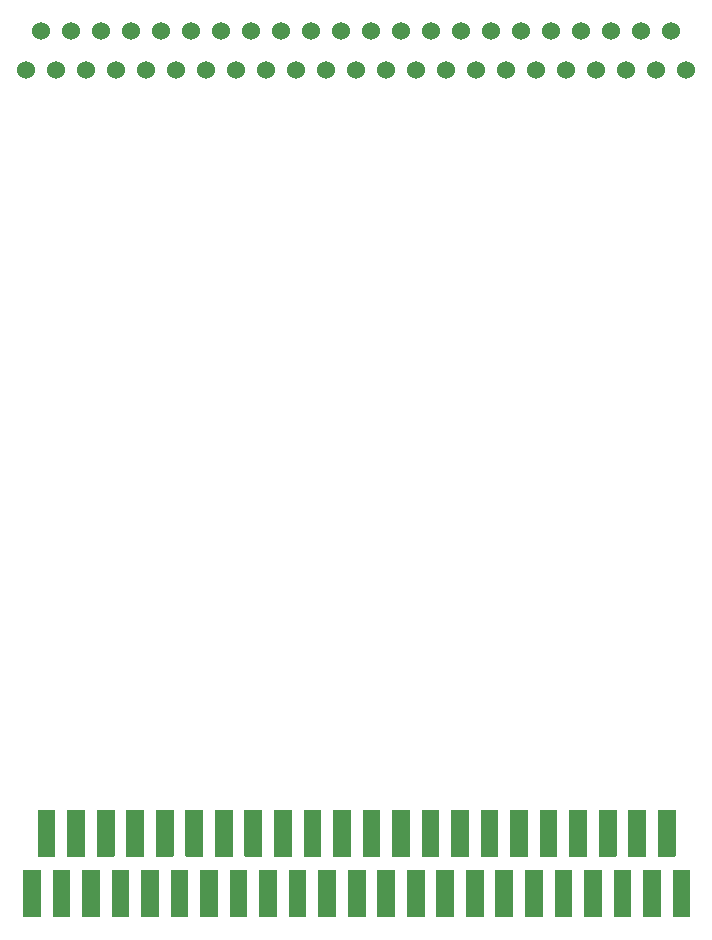
<source format=gts>
G04 #@! TF.GenerationSoftware,KiCad,Pcbnew,5.1.10*
G04 #@! TF.CreationDate,2021-06-22T10:21:35-06:00*
G04 #@! TF.ProjectId,dev_cart_pcb,6465765f-6361-4727-945f-7063622e6b69,rev?*
G04 #@! TF.SameCoordinates,Original*
G04 #@! TF.FileFunction,Soldermask,Top*
G04 #@! TF.FilePolarity,Negative*
%FSLAX46Y46*%
G04 Gerber Fmt 4.6, Leading zero omitted, Abs format (unit mm)*
G04 Created by KiCad (PCBNEW 5.1.10) date 2021-06-22 10:21:35*
%MOMM*%
%LPD*%
G01*
G04 APERTURE LIST*
%ADD10C,0.100000*%
%ADD11C,1.524000*%
G04 APERTURE END LIST*
D10*
G36*
X92059755Y-111498961D02*
G01*
X92069134Y-111501806D01*
X92077779Y-111506427D01*
X92085355Y-111512645D01*
X92091573Y-111520221D01*
X92096194Y-111528866D01*
X92099039Y-111538245D01*
X92100000Y-111548000D01*
X92100000Y-115448000D01*
X92099039Y-115457755D01*
X92096194Y-115467134D01*
X92091573Y-115475779D01*
X92085355Y-115483355D01*
X92077779Y-115489573D01*
X92069134Y-115494194D01*
X92059755Y-115497039D01*
X92050000Y-115498000D01*
X90650000Y-115498000D01*
X90640245Y-115497039D01*
X90630866Y-115494194D01*
X90622221Y-115489573D01*
X90614645Y-115483355D01*
X90608427Y-115475779D01*
X90603806Y-115467134D01*
X90600961Y-115457755D01*
X90600000Y-115448000D01*
X90600000Y-111548000D01*
X90600961Y-111538245D01*
X90603806Y-111528866D01*
X90608427Y-111520221D01*
X90614645Y-111512645D01*
X90622221Y-111506427D01*
X90630866Y-111501806D01*
X90640245Y-111498961D01*
X90650000Y-111498000D01*
X92050000Y-111498000D01*
X92059755Y-111498961D01*
G37*
G36*
X79559755Y-111498961D02*
G01*
X79569134Y-111501806D01*
X79577779Y-111506427D01*
X79585355Y-111512645D01*
X79591573Y-111520221D01*
X79596194Y-111528866D01*
X79599039Y-111538245D01*
X79600000Y-111548000D01*
X79600000Y-115448000D01*
X79599039Y-115457755D01*
X79596194Y-115467134D01*
X79591573Y-115475779D01*
X79585355Y-115483355D01*
X79577779Y-115489573D01*
X79569134Y-115494194D01*
X79559755Y-115497039D01*
X79550000Y-115498000D01*
X78150000Y-115498000D01*
X78140245Y-115497039D01*
X78130866Y-115494194D01*
X78122221Y-115489573D01*
X78114645Y-115483355D01*
X78108427Y-115475779D01*
X78103806Y-115467134D01*
X78100961Y-115457755D01*
X78100000Y-115448000D01*
X78100000Y-111548000D01*
X78100961Y-111538245D01*
X78103806Y-111528866D01*
X78108427Y-111520221D01*
X78114645Y-111512645D01*
X78122221Y-111506427D01*
X78130866Y-111501806D01*
X78140245Y-111498961D01*
X78150000Y-111498000D01*
X79550000Y-111498000D01*
X79559755Y-111498961D01*
G37*
G36*
X99559755Y-111498961D02*
G01*
X99569134Y-111501806D01*
X99577779Y-111506427D01*
X99585355Y-111512645D01*
X99591573Y-111520221D01*
X99596194Y-111528866D01*
X99599039Y-111538245D01*
X99600000Y-111548000D01*
X99600000Y-115448000D01*
X99599039Y-115457755D01*
X99596194Y-115467134D01*
X99591573Y-115475779D01*
X99585355Y-115483355D01*
X99577779Y-115489573D01*
X99569134Y-115494194D01*
X99559755Y-115497039D01*
X99550000Y-115498000D01*
X98150000Y-115498000D01*
X98140245Y-115497039D01*
X98130866Y-115494194D01*
X98122221Y-115489573D01*
X98114645Y-115483355D01*
X98108427Y-115475779D01*
X98103806Y-115467134D01*
X98100961Y-115457755D01*
X98100000Y-115448000D01*
X98100000Y-111548000D01*
X98100961Y-111538245D01*
X98103806Y-111528866D01*
X98108427Y-111520221D01*
X98114645Y-111512645D01*
X98122221Y-111506427D01*
X98130866Y-111501806D01*
X98140245Y-111498961D01*
X98150000Y-111498000D01*
X99550000Y-111498000D01*
X99559755Y-111498961D01*
G37*
G36*
X119559755Y-111498961D02*
G01*
X119569134Y-111501806D01*
X119577779Y-111506427D01*
X119585355Y-111512645D01*
X119591573Y-111520221D01*
X119596194Y-111528866D01*
X119599039Y-111538245D01*
X119600000Y-111548000D01*
X119600000Y-115448000D01*
X119599039Y-115457755D01*
X119596194Y-115467134D01*
X119591573Y-115475779D01*
X119585355Y-115483355D01*
X119577779Y-115489573D01*
X119569134Y-115494194D01*
X119559755Y-115497039D01*
X119550000Y-115498000D01*
X118150000Y-115498000D01*
X118140245Y-115497039D01*
X118130866Y-115494194D01*
X118122221Y-115489573D01*
X118114645Y-115483355D01*
X118108427Y-115475779D01*
X118103806Y-115467134D01*
X118100961Y-115457755D01*
X118100000Y-115448000D01*
X118100000Y-111548000D01*
X118100961Y-111538245D01*
X118103806Y-111528866D01*
X118108427Y-111520221D01*
X118114645Y-111512645D01*
X118122221Y-111506427D01*
X118130866Y-111501806D01*
X118140245Y-111498961D01*
X118150000Y-111498000D01*
X119550000Y-111498000D01*
X119559755Y-111498961D01*
G37*
G36*
X122059755Y-111498961D02*
G01*
X122069134Y-111501806D01*
X122077779Y-111506427D01*
X122085355Y-111512645D01*
X122091573Y-111520221D01*
X122096194Y-111528866D01*
X122099039Y-111538245D01*
X122100000Y-111548000D01*
X122100000Y-115448000D01*
X122099039Y-115457755D01*
X122096194Y-115467134D01*
X122091573Y-115475779D01*
X122085355Y-115483355D01*
X122077779Y-115489573D01*
X122069134Y-115494194D01*
X122059755Y-115497039D01*
X122050000Y-115498000D01*
X120650000Y-115498000D01*
X120640245Y-115497039D01*
X120630866Y-115494194D01*
X120622221Y-115489573D01*
X120614645Y-115483355D01*
X120608427Y-115475779D01*
X120603806Y-115467134D01*
X120600961Y-115457755D01*
X120600000Y-115448000D01*
X120600000Y-111548000D01*
X120600961Y-111538245D01*
X120603806Y-111528866D01*
X120608427Y-111520221D01*
X120614645Y-111512645D01*
X120622221Y-111506427D01*
X120630866Y-111501806D01*
X120640245Y-111498961D01*
X120650000Y-111498000D01*
X122050000Y-111498000D01*
X122059755Y-111498961D01*
G37*
G36*
X94559755Y-111498961D02*
G01*
X94569134Y-111501806D01*
X94577779Y-111506427D01*
X94585355Y-111512645D01*
X94591573Y-111520221D01*
X94596194Y-111528866D01*
X94599039Y-111538245D01*
X94600000Y-111548000D01*
X94600000Y-115448000D01*
X94599039Y-115457755D01*
X94596194Y-115467134D01*
X94591573Y-115475779D01*
X94585355Y-115483355D01*
X94577779Y-115489573D01*
X94569134Y-115494194D01*
X94559755Y-115497039D01*
X94550000Y-115498000D01*
X93150000Y-115498000D01*
X93140245Y-115497039D01*
X93130866Y-115494194D01*
X93122221Y-115489573D01*
X93114645Y-115483355D01*
X93108427Y-115475779D01*
X93103806Y-115467134D01*
X93100961Y-115457755D01*
X93100000Y-115448000D01*
X93100000Y-111548000D01*
X93100961Y-111538245D01*
X93103806Y-111528866D01*
X93108427Y-111520221D01*
X93114645Y-111512645D01*
X93122221Y-111506427D01*
X93130866Y-111501806D01*
X93140245Y-111498961D01*
X93150000Y-111498000D01*
X94550000Y-111498000D01*
X94559755Y-111498961D01*
G37*
G36*
X114559755Y-111498961D02*
G01*
X114569134Y-111501806D01*
X114577779Y-111506427D01*
X114585355Y-111512645D01*
X114591573Y-111520221D01*
X114596194Y-111528866D01*
X114599039Y-111538245D01*
X114600000Y-111548000D01*
X114600000Y-115448000D01*
X114599039Y-115457755D01*
X114596194Y-115467134D01*
X114591573Y-115475779D01*
X114585355Y-115483355D01*
X114577779Y-115489573D01*
X114569134Y-115494194D01*
X114559755Y-115497039D01*
X114550000Y-115498000D01*
X113150000Y-115498000D01*
X113140245Y-115497039D01*
X113130866Y-115494194D01*
X113122221Y-115489573D01*
X113114645Y-115483355D01*
X113108427Y-115475779D01*
X113103806Y-115467134D01*
X113100961Y-115457755D01*
X113100000Y-115448000D01*
X113100000Y-111548000D01*
X113100961Y-111538245D01*
X113103806Y-111528866D01*
X113108427Y-111520221D01*
X113114645Y-111512645D01*
X113122221Y-111506427D01*
X113130866Y-111501806D01*
X113140245Y-111498961D01*
X113150000Y-111498000D01*
X114550000Y-111498000D01*
X114559755Y-111498961D01*
G37*
G36*
X117059755Y-111498961D02*
G01*
X117069134Y-111501806D01*
X117077779Y-111506427D01*
X117085355Y-111512645D01*
X117091573Y-111520221D01*
X117096194Y-111528866D01*
X117099039Y-111538245D01*
X117100000Y-111548000D01*
X117100000Y-115448000D01*
X117099039Y-115457755D01*
X117096194Y-115467134D01*
X117091573Y-115475779D01*
X117085355Y-115483355D01*
X117077779Y-115489573D01*
X117069134Y-115494194D01*
X117059755Y-115497039D01*
X117050000Y-115498000D01*
X115650000Y-115498000D01*
X115640245Y-115497039D01*
X115630866Y-115494194D01*
X115622221Y-115489573D01*
X115614645Y-115483355D01*
X115608427Y-115475779D01*
X115603806Y-115467134D01*
X115600961Y-115457755D01*
X115600000Y-115448000D01*
X115600000Y-111548000D01*
X115600961Y-111538245D01*
X115603806Y-111528866D01*
X115608427Y-111520221D01*
X115614645Y-111512645D01*
X115622221Y-111506427D01*
X115630866Y-111501806D01*
X115640245Y-111498961D01*
X115650000Y-111498000D01*
X117050000Y-111498000D01*
X117059755Y-111498961D01*
G37*
G36*
X89559755Y-111498961D02*
G01*
X89569134Y-111501806D01*
X89577779Y-111506427D01*
X89585355Y-111512645D01*
X89591573Y-111520221D01*
X89596194Y-111528866D01*
X89599039Y-111538245D01*
X89600000Y-111548000D01*
X89600000Y-115448000D01*
X89599039Y-115457755D01*
X89596194Y-115467134D01*
X89591573Y-115475779D01*
X89585355Y-115483355D01*
X89577779Y-115489573D01*
X89569134Y-115494194D01*
X89559755Y-115497039D01*
X89550000Y-115498000D01*
X88150000Y-115498000D01*
X88140245Y-115497039D01*
X88130866Y-115494194D01*
X88122221Y-115489573D01*
X88114645Y-115483355D01*
X88108427Y-115475779D01*
X88103806Y-115467134D01*
X88100961Y-115457755D01*
X88100000Y-115448000D01*
X88100000Y-111548000D01*
X88100961Y-111538245D01*
X88103806Y-111528866D01*
X88108427Y-111520221D01*
X88114645Y-111512645D01*
X88122221Y-111506427D01*
X88130866Y-111501806D01*
X88140245Y-111498961D01*
X88150000Y-111498000D01*
X89550000Y-111498000D01*
X89559755Y-111498961D01*
G37*
G36*
X124559755Y-111498961D02*
G01*
X124569134Y-111501806D01*
X124577779Y-111506427D01*
X124585355Y-111512645D01*
X124591573Y-111520221D01*
X124596194Y-111528866D01*
X124599039Y-111538245D01*
X124600000Y-111548000D01*
X124600000Y-115448000D01*
X124599039Y-115457755D01*
X124596194Y-115467134D01*
X124591573Y-115475779D01*
X124585355Y-115483355D01*
X124577779Y-115489573D01*
X124569134Y-115494194D01*
X124559755Y-115497039D01*
X124550000Y-115498000D01*
X123150000Y-115498000D01*
X123140245Y-115497039D01*
X123130866Y-115494194D01*
X123122221Y-115489573D01*
X123114645Y-115483355D01*
X123108427Y-115475779D01*
X123103806Y-115467134D01*
X123100961Y-115457755D01*
X123100000Y-115448000D01*
X123100000Y-111548000D01*
X123100961Y-111538245D01*
X123103806Y-111528866D01*
X123108427Y-111520221D01*
X123114645Y-111512645D01*
X123122221Y-111506427D01*
X123130866Y-111501806D01*
X123140245Y-111498961D01*
X123150000Y-111498000D01*
X124550000Y-111498000D01*
X124559755Y-111498961D01*
G37*
G36*
X127059755Y-111498961D02*
G01*
X127069134Y-111501806D01*
X127077779Y-111506427D01*
X127085355Y-111512645D01*
X127091573Y-111520221D01*
X127096194Y-111528866D01*
X127099039Y-111538245D01*
X127100000Y-111548000D01*
X127100000Y-115448000D01*
X127099039Y-115457755D01*
X127096194Y-115467134D01*
X127091573Y-115475779D01*
X127085355Y-115483355D01*
X127077779Y-115489573D01*
X127069134Y-115494194D01*
X127059755Y-115497039D01*
X127050000Y-115498000D01*
X125650000Y-115498000D01*
X125640245Y-115497039D01*
X125630866Y-115494194D01*
X125622221Y-115489573D01*
X125614645Y-115483355D01*
X125608427Y-115475779D01*
X125603806Y-115467134D01*
X125600961Y-115457755D01*
X125600000Y-115448000D01*
X125600000Y-111548000D01*
X125600961Y-111538245D01*
X125603806Y-111528866D01*
X125608427Y-111520221D01*
X125614645Y-111512645D01*
X125622221Y-111506427D01*
X125630866Y-111501806D01*
X125640245Y-111498961D01*
X125650000Y-111498000D01*
X127050000Y-111498000D01*
X127059755Y-111498961D01*
G37*
G36*
X109559755Y-111498961D02*
G01*
X109569134Y-111501806D01*
X109577779Y-111506427D01*
X109585355Y-111512645D01*
X109591573Y-111520221D01*
X109596194Y-111528866D01*
X109599039Y-111538245D01*
X109600000Y-111548000D01*
X109600000Y-115448000D01*
X109599039Y-115457755D01*
X109596194Y-115467134D01*
X109591573Y-115475779D01*
X109585355Y-115483355D01*
X109577779Y-115489573D01*
X109569134Y-115494194D01*
X109559755Y-115497039D01*
X109550000Y-115498000D01*
X108150000Y-115498000D01*
X108140245Y-115497039D01*
X108130866Y-115494194D01*
X108122221Y-115489573D01*
X108114645Y-115483355D01*
X108108427Y-115475779D01*
X108103806Y-115467134D01*
X108100961Y-115457755D01*
X108100000Y-115448000D01*
X108100000Y-111548000D01*
X108100961Y-111538245D01*
X108103806Y-111528866D01*
X108108427Y-111520221D01*
X108114645Y-111512645D01*
X108122221Y-111506427D01*
X108130866Y-111501806D01*
X108140245Y-111498961D01*
X108150000Y-111498000D01*
X109550000Y-111498000D01*
X109559755Y-111498961D01*
G37*
G36*
X112059755Y-111498961D02*
G01*
X112069134Y-111501806D01*
X112077779Y-111506427D01*
X112085355Y-111512645D01*
X112091573Y-111520221D01*
X112096194Y-111528866D01*
X112099039Y-111538245D01*
X112100000Y-111548000D01*
X112100000Y-115448000D01*
X112099039Y-115457755D01*
X112096194Y-115467134D01*
X112091573Y-115475779D01*
X112085355Y-115483355D01*
X112077779Y-115489573D01*
X112069134Y-115494194D01*
X112059755Y-115497039D01*
X112050000Y-115498000D01*
X110650000Y-115498000D01*
X110640245Y-115497039D01*
X110630866Y-115494194D01*
X110622221Y-115489573D01*
X110614645Y-115483355D01*
X110608427Y-115475779D01*
X110603806Y-115467134D01*
X110600961Y-115457755D01*
X110600000Y-115448000D01*
X110600000Y-111548000D01*
X110600961Y-111538245D01*
X110603806Y-111528866D01*
X110608427Y-111520221D01*
X110614645Y-111512645D01*
X110622221Y-111506427D01*
X110630866Y-111501806D01*
X110640245Y-111498961D01*
X110650000Y-111498000D01*
X112050000Y-111498000D01*
X112059755Y-111498961D01*
G37*
G36*
X87059755Y-111498961D02*
G01*
X87069134Y-111501806D01*
X87077779Y-111506427D01*
X87085355Y-111512645D01*
X87091573Y-111520221D01*
X87096194Y-111528866D01*
X87099039Y-111538245D01*
X87100000Y-111548000D01*
X87100000Y-115448000D01*
X87099039Y-115457755D01*
X87096194Y-115467134D01*
X87091573Y-115475779D01*
X87085355Y-115483355D01*
X87077779Y-115489573D01*
X87069134Y-115494194D01*
X87059755Y-115497039D01*
X87050000Y-115498000D01*
X85650000Y-115498000D01*
X85640245Y-115497039D01*
X85630866Y-115494194D01*
X85622221Y-115489573D01*
X85614645Y-115483355D01*
X85608427Y-115475779D01*
X85603806Y-115467134D01*
X85600961Y-115457755D01*
X85600000Y-115448000D01*
X85600000Y-111548000D01*
X85600961Y-111538245D01*
X85603806Y-111528866D01*
X85608427Y-111520221D01*
X85614645Y-111512645D01*
X85622221Y-111506427D01*
X85630866Y-111501806D01*
X85640245Y-111498961D01*
X85650000Y-111498000D01*
X87050000Y-111498000D01*
X87059755Y-111498961D01*
G37*
G36*
X104559755Y-111498961D02*
G01*
X104569134Y-111501806D01*
X104577779Y-111506427D01*
X104585355Y-111512645D01*
X104591573Y-111520221D01*
X104596194Y-111528866D01*
X104599039Y-111538245D01*
X104600000Y-111548000D01*
X104600000Y-115448000D01*
X104599039Y-115457755D01*
X104596194Y-115467134D01*
X104591573Y-115475779D01*
X104585355Y-115483355D01*
X104577779Y-115489573D01*
X104569134Y-115494194D01*
X104559755Y-115497039D01*
X104550000Y-115498000D01*
X103150000Y-115498000D01*
X103140245Y-115497039D01*
X103130866Y-115494194D01*
X103122221Y-115489573D01*
X103114645Y-115483355D01*
X103108427Y-115475779D01*
X103103806Y-115467134D01*
X103100961Y-115457755D01*
X103100000Y-115448000D01*
X103100000Y-111548000D01*
X103100961Y-111538245D01*
X103103806Y-111528866D01*
X103108427Y-111520221D01*
X103114645Y-111512645D01*
X103122221Y-111506427D01*
X103130866Y-111501806D01*
X103140245Y-111498961D01*
X103150000Y-111498000D01*
X104550000Y-111498000D01*
X104559755Y-111498961D01*
G37*
G36*
X107059755Y-111498961D02*
G01*
X107069134Y-111501806D01*
X107077779Y-111506427D01*
X107085355Y-111512645D01*
X107091573Y-111520221D01*
X107096194Y-111528866D01*
X107099039Y-111538245D01*
X107100000Y-111548000D01*
X107100000Y-115448000D01*
X107099039Y-115457755D01*
X107096194Y-115467134D01*
X107091573Y-115475779D01*
X107085355Y-115483355D01*
X107077779Y-115489573D01*
X107069134Y-115494194D01*
X107059755Y-115497039D01*
X107050000Y-115498000D01*
X105650000Y-115498000D01*
X105640245Y-115497039D01*
X105630866Y-115494194D01*
X105622221Y-115489573D01*
X105614645Y-115483355D01*
X105608427Y-115475779D01*
X105603806Y-115467134D01*
X105600961Y-115457755D01*
X105600000Y-115448000D01*
X105600000Y-111548000D01*
X105600961Y-111538245D01*
X105603806Y-111528866D01*
X105608427Y-111520221D01*
X105614645Y-111512645D01*
X105622221Y-111506427D01*
X105630866Y-111501806D01*
X105640245Y-111498961D01*
X105650000Y-111498000D01*
X107050000Y-111498000D01*
X107059755Y-111498961D01*
G37*
G36*
X97059755Y-111498961D02*
G01*
X97069134Y-111501806D01*
X97077779Y-111506427D01*
X97085355Y-111512645D01*
X97091573Y-111520221D01*
X97096194Y-111528866D01*
X97099039Y-111538245D01*
X97100000Y-111548000D01*
X97100000Y-115448000D01*
X97099039Y-115457755D01*
X97096194Y-115467134D01*
X97091573Y-115475779D01*
X97085355Y-115483355D01*
X97077779Y-115489573D01*
X97069134Y-115494194D01*
X97059755Y-115497039D01*
X97050000Y-115498000D01*
X95650000Y-115498000D01*
X95640245Y-115497039D01*
X95630866Y-115494194D01*
X95622221Y-115489573D01*
X95614645Y-115483355D01*
X95608427Y-115475779D01*
X95603806Y-115467134D01*
X95600961Y-115457755D01*
X95600000Y-115448000D01*
X95600000Y-111548000D01*
X95600961Y-111538245D01*
X95603806Y-111528866D01*
X95608427Y-111520221D01*
X95614645Y-111512645D01*
X95622221Y-111506427D01*
X95630866Y-111501806D01*
X95640245Y-111498961D01*
X95650000Y-111498000D01*
X97050000Y-111498000D01*
X97059755Y-111498961D01*
G37*
G36*
X129559755Y-111498961D02*
G01*
X129569134Y-111501806D01*
X129577779Y-111506427D01*
X129585355Y-111512645D01*
X129591573Y-111520221D01*
X129596194Y-111528866D01*
X129599039Y-111538245D01*
X129600000Y-111548000D01*
X129600000Y-115448000D01*
X129599039Y-115457755D01*
X129596194Y-115467134D01*
X129591573Y-115475779D01*
X129585355Y-115483355D01*
X129577779Y-115489573D01*
X129569134Y-115494194D01*
X129559755Y-115497039D01*
X129550000Y-115498000D01*
X128150000Y-115498000D01*
X128140245Y-115497039D01*
X128130866Y-115494194D01*
X128122221Y-115489573D01*
X128114645Y-115483355D01*
X128108427Y-115475779D01*
X128103806Y-115467134D01*
X128100961Y-115457755D01*
X128100000Y-115448000D01*
X128100000Y-111548000D01*
X128100961Y-111538245D01*
X128103806Y-111528866D01*
X128108427Y-111520221D01*
X128114645Y-111512645D01*
X128122221Y-111506427D01*
X128130866Y-111501806D01*
X128140245Y-111498961D01*
X128150000Y-111498000D01*
X129550000Y-111498000D01*
X129559755Y-111498961D01*
G37*
G36*
X77059755Y-111498961D02*
G01*
X77069134Y-111501806D01*
X77077779Y-111506427D01*
X77085355Y-111512645D01*
X77091573Y-111520221D01*
X77096194Y-111528866D01*
X77099039Y-111538245D01*
X77100000Y-111548000D01*
X77100000Y-115448000D01*
X77099039Y-115457755D01*
X77096194Y-115467134D01*
X77091573Y-115475779D01*
X77085355Y-115483355D01*
X77077779Y-115489573D01*
X77069134Y-115494194D01*
X77059755Y-115497039D01*
X77050000Y-115498000D01*
X75650000Y-115498000D01*
X75640245Y-115497039D01*
X75630866Y-115494194D01*
X75622221Y-115489573D01*
X75614645Y-115483355D01*
X75608427Y-115475779D01*
X75603806Y-115467134D01*
X75600961Y-115457755D01*
X75600000Y-115448000D01*
X75600000Y-111548000D01*
X75600961Y-111538245D01*
X75603806Y-111528866D01*
X75608427Y-111520221D01*
X75614645Y-111512645D01*
X75622221Y-111506427D01*
X75630866Y-111501806D01*
X75640245Y-111498961D01*
X75650000Y-111498000D01*
X77050000Y-111498000D01*
X77059755Y-111498961D01*
G37*
G36*
X102059755Y-111498961D02*
G01*
X102069134Y-111501806D01*
X102077779Y-111506427D01*
X102085355Y-111512645D01*
X102091573Y-111520221D01*
X102096194Y-111528866D01*
X102099039Y-111538245D01*
X102100000Y-111548000D01*
X102100000Y-115448000D01*
X102099039Y-115457755D01*
X102096194Y-115467134D01*
X102091573Y-115475779D01*
X102085355Y-115483355D01*
X102077779Y-115489573D01*
X102069134Y-115494194D01*
X102059755Y-115497039D01*
X102050000Y-115498000D01*
X100650000Y-115498000D01*
X100640245Y-115497039D01*
X100630866Y-115494194D01*
X100622221Y-115489573D01*
X100614645Y-115483355D01*
X100608427Y-115475779D01*
X100603806Y-115467134D01*
X100600961Y-115457755D01*
X100600000Y-115448000D01*
X100600000Y-111548000D01*
X100600961Y-111538245D01*
X100603806Y-111528866D01*
X100608427Y-111520221D01*
X100614645Y-111512645D01*
X100622221Y-111506427D01*
X100630866Y-111501806D01*
X100640245Y-111498961D01*
X100650000Y-111498000D01*
X102050000Y-111498000D01*
X102059755Y-111498961D01*
G37*
G36*
X84559755Y-111498961D02*
G01*
X84569134Y-111501806D01*
X84577779Y-111506427D01*
X84585355Y-111512645D01*
X84591573Y-111520221D01*
X84596194Y-111528866D01*
X84599039Y-111538245D01*
X84600000Y-111548000D01*
X84600000Y-115448000D01*
X84599039Y-115457755D01*
X84596194Y-115467134D01*
X84591573Y-115475779D01*
X84585355Y-115483355D01*
X84577779Y-115489573D01*
X84569134Y-115494194D01*
X84559755Y-115497039D01*
X84550000Y-115498000D01*
X83150000Y-115498000D01*
X83140245Y-115497039D01*
X83130866Y-115494194D01*
X83122221Y-115489573D01*
X83114645Y-115483355D01*
X83108427Y-115475779D01*
X83103806Y-115467134D01*
X83100961Y-115457755D01*
X83100000Y-115448000D01*
X83100000Y-111548000D01*
X83100961Y-111538245D01*
X83103806Y-111528866D01*
X83108427Y-111520221D01*
X83114645Y-111512645D01*
X83122221Y-111506427D01*
X83130866Y-111501806D01*
X83140245Y-111498961D01*
X83150000Y-111498000D01*
X84550000Y-111498000D01*
X84559755Y-111498961D01*
G37*
G36*
X82059755Y-111498961D02*
G01*
X82069134Y-111501806D01*
X82077779Y-111506427D01*
X82085355Y-111512645D01*
X82091573Y-111520221D01*
X82096194Y-111528866D01*
X82099039Y-111538245D01*
X82100000Y-111548000D01*
X82100000Y-115448000D01*
X82099039Y-115457755D01*
X82096194Y-115467134D01*
X82091573Y-115475779D01*
X82085355Y-115483355D01*
X82077779Y-115489573D01*
X82069134Y-115494194D01*
X82059755Y-115497039D01*
X82050000Y-115498000D01*
X80650000Y-115498000D01*
X80640245Y-115497039D01*
X80630866Y-115494194D01*
X80622221Y-115489573D01*
X80614645Y-115483355D01*
X80608427Y-115475779D01*
X80603806Y-115467134D01*
X80600961Y-115457755D01*
X80600000Y-115448000D01*
X80600000Y-111548000D01*
X80600961Y-111538245D01*
X80603806Y-111528866D01*
X80608427Y-111520221D01*
X80614645Y-111512645D01*
X80622221Y-111506427D01*
X80630866Y-111501806D01*
X80640245Y-111498961D01*
X80650000Y-111498000D01*
X82050000Y-111498000D01*
X82059755Y-111498961D01*
G37*
G36*
X130809755Y-116600961D02*
G01*
X130819134Y-116603806D01*
X130827779Y-116608427D01*
X130835355Y-116614645D01*
X130841573Y-116622221D01*
X130846194Y-116630866D01*
X130849039Y-116640245D01*
X130850000Y-116650000D01*
X130850000Y-120550000D01*
X130849039Y-120559755D01*
X130846194Y-120569134D01*
X130841573Y-120577779D01*
X130835355Y-120585355D01*
X130827779Y-120591573D01*
X130819134Y-120596194D01*
X130809755Y-120599039D01*
X130800000Y-120600000D01*
X129400000Y-120600000D01*
X129390245Y-120599039D01*
X129380866Y-120596194D01*
X129372221Y-120591573D01*
X129364645Y-120585355D01*
X129358427Y-120577779D01*
X129353806Y-120569134D01*
X129350961Y-120559755D01*
X129350000Y-120550000D01*
X129350000Y-116650000D01*
X129350961Y-116640245D01*
X129353806Y-116630866D01*
X129358427Y-116622221D01*
X129364645Y-116614645D01*
X129372221Y-116608427D01*
X129380866Y-116603806D01*
X129390245Y-116600961D01*
X129400000Y-116600000D01*
X130800000Y-116600000D01*
X130809755Y-116600961D01*
G37*
G36*
X123309755Y-116600961D02*
G01*
X123319134Y-116603806D01*
X123327779Y-116608427D01*
X123335355Y-116614645D01*
X123341573Y-116622221D01*
X123346194Y-116630866D01*
X123349039Y-116640245D01*
X123350000Y-116650000D01*
X123350000Y-120550000D01*
X123349039Y-120559755D01*
X123346194Y-120569134D01*
X123341573Y-120577779D01*
X123335355Y-120585355D01*
X123327779Y-120591573D01*
X123319134Y-120596194D01*
X123309755Y-120599039D01*
X123300000Y-120600000D01*
X121900000Y-120600000D01*
X121890245Y-120599039D01*
X121880866Y-120596194D01*
X121872221Y-120591573D01*
X121864645Y-120585355D01*
X121858427Y-120577779D01*
X121853806Y-120569134D01*
X121850961Y-120559755D01*
X121850000Y-120550000D01*
X121850000Y-116650000D01*
X121850961Y-116640245D01*
X121853806Y-116630866D01*
X121858427Y-116622221D01*
X121864645Y-116614645D01*
X121872221Y-116608427D01*
X121880866Y-116603806D01*
X121890245Y-116600961D01*
X121900000Y-116600000D01*
X123300000Y-116600000D01*
X123309755Y-116600961D01*
G37*
G36*
X115809755Y-116600961D02*
G01*
X115819134Y-116603806D01*
X115827779Y-116608427D01*
X115835355Y-116614645D01*
X115841573Y-116622221D01*
X115846194Y-116630866D01*
X115849039Y-116640245D01*
X115850000Y-116650000D01*
X115850000Y-120550000D01*
X115849039Y-120559755D01*
X115846194Y-120569134D01*
X115841573Y-120577779D01*
X115835355Y-120585355D01*
X115827779Y-120591573D01*
X115819134Y-120596194D01*
X115809755Y-120599039D01*
X115800000Y-120600000D01*
X114400000Y-120600000D01*
X114390245Y-120599039D01*
X114380866Y-120596194D01*
X114372221Y-120591573D01*
X114364645Y-120585355D01*
X114358427Y-120577779D01*
X114353806Y-120569134D01*
X114350961Y-120559755D01*
X114350000Y-120550000D01*
X114350000Y-116650000D01*
X114350961Y-116640245D01*
X114353806Y-116630866D01*
X114358427Y-116622221D01*
X114364645Y-116614645D01*
X114372221Y-116608427D01*
X114380866Y-116603806D01*
X114390245Y-116600961D01*
X114400000Y-116600000D01*
X115800000Y-116600000D01*
X115809755Y-116600961D01*
G37*
G36*
X118309755Y-116600961D02*
G01*
X118319134Y-116603806D01*
X118327779Y-116608427D01*
X118335355Y-116614645D01*
X118341573Y-116622221D01*
X118346194Y-116630866D01*
X118349039Y-116640245D01*
X118350000Y-116650000D01*
X118350000Y-120550000D01*
X118349039Y-120559755D01*
X118346194Y-120569134D01*
X118341573Y-120577779D01*
X118335355Y-120585355D01*
X118327779Y-120591573D01*
X118319134Y-120596194D01*
X118309755Y-120599039D01*
X118300000Y-120600000D01*
X116900000Y-120600000D01*
X116890245Y-120599039D01*
X116880866Y-120596194D01*
X116872221Y-120591573D01*
X116864645Y-120585355D01*
X116858427Y-120577779D01*
X116853806Y-120569134D01*
X116850961Y-120559755D01*
X116850000Y-120550000D01*
X116850000Y-116650000D01*
X116850961Y-116640245D01*
X116853806Y-116630866D01*
X116858427Y-116622221D01*
X116864645Y-116614645D01*
X116872221Y-116608427D01*
X116880866Y-116603806D01*
X116890245Y-116600961D01*
X116900000Y-116600000D01*
X118300000Y-116600000D01*
X118309755Y-116600961D01*
G37*
G36*
X90809755Y-116600961D02*
G01*
X90819134Y-116603806D01*
X90827779Y-116608427D01*
X90835355Y-116614645D01*
X90841573Y-116622221D01*
X90846194Y-116630866D01*
X90849039Y-116640245D01*
X90850000Y-116650000D01*
X90850000Y-120550000D01*
X90849039Y-120559755D01*
X90846194Y-120569134D01*
X90841573Y-120577779D01*
X90835355Y-120585355D01*
X90827779Y-120591573D01*
X90819134Y-120596194D01*
X90809755Y-120599039D01*
X90800000Y-120600000D01*
X89400000Y-120600000D01*
X89390245Y-120599039D01*
X89380866Y-120596194D01*
X89372221Y-120591573D01*
X89364645Y-120585355D01*
X89358427Y-120577779D01*
X89353806Y-120569134D01*
X89350961Y-120559755D01*
X89350000Y-120550000D01*
X89350000Y-116650000D01*
X89350961Y-116640245D01*
X89353806Y-116630866D01*
X89358427Y-116622221D01*
X89364645Y-116614645D01*
X89372221Y-116608427D01*
X89380866Y-116603806D01*
X89390245Y-116600961D01*
X89400000Y-116600000D01*
X90800000Y-116600000D01*
X90809755Y-116600961D01*
G37*
G36*
X128309755Y-116600961D02*
G01*
X128319134Y-116603806D01*
X128327779Y-116608427D01*
X128335355Y-116614645D01*
X128341573Y-116622221D01*
X128346194Y-116630866D01*
X128349039Y-116640245D01*
X128350000Y-116650000D01*
X128350000Y-120550000D01*
X128349039Y-120559755D01*
X128346194Y-120569134D01*
X128341573Y-120577779D01*
X128335355Y-120585355D01*
X128327779Y-120591573D01*
X128319134Y-120596194D01*
X128309755Y-120599039D01*
X128300000Y-120600000D01*
X126900000Y-120600000D01*
X126890245Y-120599039D01*
X126880866Y-120596194D01*
X126872221Y-120591573D01*
X126864645Y-120585355D01*
X126858427Y-120577779D01*
X126853806Y-120569134D01*
X126850961Y-120559755D01*
X126850000Y-120550000D01*
X126850000Y-116650000D01*
X126850961Y-116640245D01*
X126853806Y-116630866D01*
X126858427Y-116622221D01*
X126864645Y-116614645D01*
X126872221Y-116608427D01*
X126880866Y-116603806D01*
X126890245Y-116600961D01*
X126900000Y-116600000D01*
X128300000Y-116600000D01*
X128309755Y-116600961D01*
G37*
G36*
X85809755Y-116600961D02*
G01*
X85819134Y-116603806D01*
X85827779Y-116608427D01*
X85835355Y-116614645D01*
X85841573Y-116622221D01*
X85846194Y-116630866D01*
X85849039Y-116640245D01*
X85850000Y-116650000D01*
X85850000Y-120550000D01*
X85849039Y-120559755D01*
X85846194Y-120569134D01*
X85841573Y-120577779D01*
X85835355Y-120585355D01*
X85827779Y-120591573D01*
X85819134Y-120596194D01*
X85809755Y-120599039D01*
X85800000Y-120600000D01*
X84400000Y-120600000D01*
X84390245Y-120599039D01*
X84380866Y-120596194D01*
X84372221Y-120591573D01*
X84364645Y-120585355D01*
X84358427Y-120577779D01*
X84353806Y-120569134D01*
X84350961Y-120559755D01*
X84350000Y-120550000D01*
X84350000Y-116650000D01*
X84350961Y-116640245D01*
X84353806Y-116630866D01*
X84358427Y-116622221D01*
X84364645Y-116614645D01*
X84372221Y-116608427D01*
X84380866Y-116603806D01*
X84390245Y-116600961D01*
X84400000Y-116600000D01*
X85800000Y-116600000D01*
X85809755Y-116600961D01*
G37*
G36*
X95809755Y-116600961D02*
G01*
X95819134Y-116603806D01*
X95827779Y-116608427D01*
X95835355Y-116614645D01*
X95841573Y-116622221D01*
X95846194Y-116630866D01*
X95849039Y-116640245D01*
X95850000Y-116650000D01*
X95850000Y-120550000D01*
X95849039Y-120559755D01*
X95846194Y-120569134D01*
X95841573Y-120577779D01*
X95835355Y-120585355D01*
X95827779Y-120591573D01*
X95819134Y-120596194D01*
X95809755Y-120599039D01*
X95800000Y-120600000D01*
X94400000Y-120600000D01*
X94390245Y-120599039D01*
X94380866Y-120596194D01*
X94372221Y-120591573D01*
X94364645Y-120585355D01*
X94358427Y-120577779D01*
X94353806Y-120569134D01*
X94350961Y-120559755D01*
X94350000Y-120550000D01*
X94350000Y-116650000D01*
X94350961Y-116640245D01*
X94353806Y-116630866D01*
X94358427Y-116622221D01*
X94364645Y-116614645D01*
X94372221Y-116608427D01*
X94380866Y-116603806D01*
X94390245Y-116600961D01*
X94400000Y-116600000D01*
X95800000Y-116600000D01*
X95809755Y-116600961D01*
G37*
G36*
X103309755Y-116600961D02*
G01*
X103319134Y-116603806D01*
X103327779Y-116608427D01*
X103335355Y-116614645D01*
X103341573Y-116622221D01*
X103346194Y-116630866D01*
X103349039Y-116640245D01*
X103350000Y-116650000D01*
X103350000Y-120550000D01*
X103349039Y-120559755D01*
X103346194Y-120569134D01*
X103341573Y-120577779D01*
X103335355Y-120585355D01*
X103327779Y-120591573D01*
X103319134Y-120596194D01*
X103309755Y-120599039D01*
X103300000Y-120600000D01*
X101900000Y-120600000D01*
X101890245Y-120599039D01*
X101880866Y-120596194D01*
X101872221Y-120591573D01*
X101864645Y-120585355D01*
X101858427Y-120577779D01*
X101853806Y-120569134D01*
X101850961Y-120559755D01*
X101850000Y-120550000D01*
X101850000Y-116650000D01*
X101850961Y-116640245D01*
X101853806Y-116630866D01*
X101858427Y-116622221D01*
X101864645Y-116614645D01*
X101872221Y-116608427D01*
X101880866Y-116603806D01*
X101890245Y-116600961D01*
X101900000Y-116600000D01*
X103300000Y-116600000D01*
X103309755Y-116600961D01*
G37*
G36*
X113309755Y-116600961D02*
G01*
X113319134Y-116603806D01*
X113327779Y-116608427D01*
X113335355Y-116614645D01*
X113341573Y-116622221D01*
X113346194Y-116630866D01*
X113349039Y-116640245D01*
X113350000Y-116650000D01*
X113350000Y-120550000D01*
X113349039Y-120559755D01*
X113346194Y-120569134D01*
X113341573Y-120577779D01*
X113335355Y-120585355D01*
X113327779Y-120591573D01*
X113319134Y-120596194D01*
X113309755Y-120599039D01*
X113300000Y-120600000D01*
X111900000Y-120600000D01*
X111890245Y-120599039D01*
X111880866Y-120596194D01*
X111872221Y-120591573D01*
X111864645Y-120585355D01*
X111858427Y-120577779D01*
X111853806Y-120569134D01*
X111850961Y-120559755D01*
X111850000Y-120550000D01*
X111850000Y-116650000D01*
X111850961Y-116640245D01*
X111853806Y-116630866D01*
X111858427Y-116622221D01*
X111864645Y-116614645D01*
X111872221Y-116608427D01*
X111880866Y-116603806D01*
X111890245Y-116600961D01*
X111900000Y-116600000D01*
X113300000Y-116600000D01*
X113309755Y-116600961D01*
G37*
G36*
X83309755Y-116600961D02*
G01*
X83319134Y-116603806D01*
X83327779Y-116608427D01*
X83335355Y-116614645D01*
X83341573Y-116622221D01*
X83346194Y-116630866D01*
X83349039Y-116640245D01*
X83350000Y-116650000D01*
X83350000Y-120550000D01*
X83349039Y-120559755D01*
X83346194Y-120569134D01*
X83341573Y-120577779D01*
X83335355Y-120585355D01*
X83327779Y-120591573D01*
X83319134Y-120596194D01*
X83309755Y-120599039D01*
X83300000Y-120600000D01*
X81900000Y-120600000D01*
X81890245Y-120599039D01*
X81880866Y-120596194D01*
X81872221Y-120591573D01*
X81864645Y-120585355D01*
X81858427Y-120577779D01*
X81853806Y-120569134D01*
X81850961Y-120559755D01*
X81850000Y-120550000D01*
X81850000Y-116650000D01*
X81850961Y-116640245D01*
X81853806Y-116630866D01*
X81858427Y-116622221D01*
X81864645Y-116614645D01*
X81872221Y-116608427D01*
X81880866Y-116603806D01*
X81890245Y-116600961D01*
X81900000Y-116600000D01*
X83300000Y-116600000D01*
X83309755Y-116600961D01*
G37*
G36*
X125809755Y-116600961D02*
G01*
X125819134Y-116603806D01*
X125827779Y-116608427D01*
X125835355Y-116614645D01*
X125841573Y-116622221D01*
X125846194Y-116630866D01*
X125849039Y-116640245D01*
X125850000Y-116650000D01*
X125850000Y-120550000D01*
X125849039Y-120559755D01*
X125846194Y-120569134D01*
X125841573Y-120577779D01*
X125835355Y-120585355D01*
X125827779Y-120591573D01*
X125819134Y-120596194D01*
X125809755Y-120599039D01*
X125800000Y-120600000D01*
X124400000Y-120600000D01*
X124390245Y-120599039D01*
X124380866Y-120596194D01*
X124372221Y-120591573D01*
X124364645Y-120585355D01*
X124358427Y-120577779D01*
X124353806Y-120569134D01*
X124350961Y-120559755D01*
X124350000Y-120550000D01*
X124350000Y-116650000D01*
X124350961Y-116640245D01*
X124353806Y-116630866D01*
X124358427Y-116622221D01*
X124364645Y-116614645D01*
X124372221Y-116608427D01*
X124380866Y-116603806D01*
X124390245Y-116600961D01*
X124400000Y-116600000D01*
X125800000Y-116600000D01*
X125809755Y-116600961D01*
G37*
G36*
X120809755Y-116600961D02*
G01*
X120819134Y-116603806D01*
X120827779Y-116608427D01*
X120835355Y-116614645D01*
X120841573Y-116622221D01*
X120846194Y-116630866D01*
X120849039Y-116640245D01*
X120850000Y-116650000D01*
X120850000Y-120550000D01*
X120849039Y-120559755D01*
X120846194Y-120569134D01*
X120841573Y-120577779D01*
X120835355Y-120585355D01*
X120827779Y-120591573D01*
X120819134Y-120596194D01*
X120809755Y-120599039D01*
X120800000Y-120600000D01*
X119400000Y-120600000D01*
X119390245Y-120599039D01*
X119380866Y-120596194D01*
X119372221Y-120591573D01*
X119364645Y-120585355D01*
X119358427Y-120577779D01*
X119353806Y-120569134D01*
X119350961Y-120559755D01*
X119350000Y-120550000D01*
X119350000Y-116650000D01*
X119350961Y-116640245D01*
X119353806Y-116630866D01*
X119358427Y-116622221D01*
X119364645Y-116614645D01*
X119372221Y-116608427D01*
X119380866Y-116603806D01*
X119390245Y-116600961D01*
X119400000Y-116600000D01*
X120800000Y-116600000D01*
X120809755Y-116600961D01*
G37*
G36*
X80809755Y-116600961D02*
G01*
X80819134Y-116603806D01*
X80827779Y-116608427D01*
X80835355Y-116614645D01*
X80841573Y-116622221D01*
X80846194Y-116630866D01*
X80849039Y-116640245D01*
X80850000Y-116650000D01*
X80850000Y-120550000D01*
X80849039Y-120559755D01*
X80846194Y-120569134D01*
X80841573Y-120577779D01*
X80835355Y-120585355D01*
X80827779Y-120591573D01*
X80819134Y-120596194D01*
X80809755Y-120599039D01*
X80800000Y-120600000D01*
X79400000Y-120600000D01*
X79390245Y-120599039D01*
X79380866Y-120596194D01*
X79372221Y-120591573D01*
X79364645Y-120585355D01*
X79358427Y-120577779D01*
X79353806Y-120569134D01*
X79350961Y-120559755D01*
X79350000Y-120550000D01*
X79350000Y-116650000D01*
X79350961Y-116640245D01*
X79353806Y-116630866D01*
X79358427Y-116622221D01*
X79364645Y-116614645D01*
X79372221Y-116608427D01*
X79380866Y-116603806D01*
X79390245Y-116600961D01*
X79400000Y-116600000D01*
X80800000Y-116600000D01*
X80809755Y-116600961D01*
G37*
G36*
X78309755Y-116600961D02*
G01*
X78319134Y-116603806D01*
X78327779Y-116608427D01*
X78335355Y-116614645D01*
X78341573Y-116622221D01*
X78346194Y-116630866D01*
X78349039Y-116640245D01*
X78350000Y-116650000D01*
X78350000Y-120550000D01*
X78349039Y-120559755D01*
X78346194Y-120569134D01*
X78341573Y-120577779D01*
X78335355Y-120585355D01*
X78327779Y-120591573D01*
X78319134Y-120596194D01*
X78309755Y-120599039D01*
X78300000Y-120600000D01*
X76900000Y-120600000D01*
X76890245Y-120599039D01*
X76880866Y-120596194D01*
X76872221Y-120591573D01*
X76864645Y-120585355D01*
X76858427Y-120577779D01*
X76853806Y-120569134D01*
X76850961Y-120559755D01*
X76850000Y-120550000D01*
X76850000Y-116650000D01*
X76850961Y-116640245D01*
X76853806Y-116630866D01*
X76858427Y-116622221D01*
X76864645Y-116614645D01*
X76872221Y-116608427D01*
X76880866Y-116603806D01*
X76890245Y-116600961D01*
X76900000Y-116600000D01*
X78300000Y-116600000D01*
X78309755Y-116600961D01*
G37*
G36*
X75809755Y-116600961D02*
G01*
X75819134Y-116603806D01*
X75827779Y-116608427D01*
X75835355Y-116614645D01*
X75841573Y-116622221D01*
X75846194Y-116630866D01*
X75849039Y-116640245D01*
X75850000Y-116650000D01*
X75850000Y-120550000D01*
X75849039Y-120559755D01*
X75846194Y-120569134D01*
X75841573Y-120577779D01*
X75835355Y-120585355D01*
X75827779Y-120591573D01*
X75819134Y-120596194D01*
X75809755Y-120599039D01*
X75800000Y-120600000D01*
X74400000Y-120600000D01*
X74390245Y-120599039D01*
X74380866Y-120596194D01*
X74372221Y-120591573D01*
X74364645Y-120585355D01*
X74358427Y-120577779D01*
X74353806Y-120569134D01*
X74350961Y-120559755D01*
X74350000Y-120550000D01*
X74350000Y-116650000D01*
X74350961Y-116640245D01*
X74353806Y-116630866D01*
X74358427Y-116622221D01*
X74364645Y-116614645D01*
X74372221Y-116608427D01*
X74380866Y-116603806D01*
X74390245Y-116600961D01*
X74400000Y-116600000D01*
X75800000Y-116600000D01*
X75809755Y-116600961D01*
G37*
G36*
X105809755Y-116600961D02*
G01*
X105819134Y-116603806D01*
X105827779Y-116608427D01*
X105835355Y-116614645D01*
X105841573Y-116622221D01*
X105846194Y-116630866D01*
X105849039Y-116640245D01*
X105850000Y-116650000D01*
X105850000Y-120550000D01*
X105849039Y-120559755D01*
X105846194Y-120569134D01*
X105841573Y-120577779D01*
X105835355Y-120585355D01*
X105827779Y-120591573D01*
X105819134Y-120596194D01*
X105809755Y-120599039D01*
X105800000Y-120600000D01*
X104400000Y-120600000D01*
X104390245Y-120599039D01*
X104380866Y-120596194D01*
X104372221Y-120591573D01*
X104364645Y-120585355D01*
X104358427Y-120577779D01*
X104353806Y-120569134D01*
X104350961Y-120559755D01*
X104350000Y-120550000D01*
X104350000Y-116650000D01*
X104350961Y-116640245D01*
X104353806Y-116630866D01*
X104358427Y-116622221D01*
X104364645Y-116614645D01*
X104372221Y-116608427D01*
X104380866Y-116603806D01*
X104390245Y-116600961D01*
X104400000Y-116600000D01*
X105800000Y-116600000D01*
X105809755Y-116600961D01*
G37*
G36*
X98309755Y-116600961D02*
G01*
X98319134Y-116603806D01*
X98327779Y-116608427D01*
X98335355Y-116614645D01*
X98341573Y-116622221D01*
X98346194Y-116630866D01*
X98349039Y-116640245D01*
X98350000Y-116650000D01*
X98350000Y-120550000D01*
X98349039Y-120559755D01*
X98346194Y-120569134D01*
X98341573Y-120577779D01*
X98335355Y-120585355D01*
X98327779Y-120591573D01*
X98319134Y-120596194D01*
X98309755Y-120599039D01*
X98300000Y-120600000D01*
X96900000Y-120600000D01*
X96890245Y-120599039D01*
X96880866Y-120596194D01*
X96872221Y-120591573D01*
X96864645Y-120585355D01*
X96858427Y-120577779D01*
X96853806Y-120569134D01*
X96850961Y-120559755D01*
X96850000Y-120550000D01*
X96850000Y-116650000D01*
X96850961Y-116640245D01*
X96853806Y-116630866D01*
X96858427Y-116622221D01*
X96864645Y-116614645D01*
X96872221Y-116608427D01*
X96880866Y-116603806D01*
X96890245Y-116600961D01*
X96900000Y-116600000D01*
X98300000Y-116600000D01*
X98309755Y-116600961D01*
G37*
G36*
X88309755Y-116600961D02*
G01*
X88319134Y-116603806D01*
X88327779Y-116608427D01*
X88335355Y-116614645D01*
X88341573Y-116622221D01*
X88346194Y-116630866D01*
X88349039Y-116640245D01*
X88350000Y-116650000D01*
X88350000Y-120550000D01*
X88349039Y-120559755D01*
X88346194Y-120569134D01*
X88341573Y-120577779D01*
X88335355Y-120585355D01*
X88327779Y-120591573D01*
X88319134Y-120596194D01*
X88309755Y-120599039D01*
X88300000Y-120600000D01*
X86900000Y-120600000D01*
X86890245Y-120599039D01*
X86880866Y-120596194D01*
X86872221Y-120591573D01*
X86864645Y-120585355D01*
X86858427Y-120577779D01*
X86853806Y-120569134D01*
X86850961Y-120559755D01*
X86850000Y-120550000D01*
X86850000Y-116650000D01*
X86850961Y-116640245D01*
X86853806Y-116630866D01*
X86858427Y-116622221D01*
X86864645Y-116614645D01*
X86872221Y-116608427D01*
X86880866Y-116603806D01*
X86890245Y-116600961D01*
X86900000Y-116600000D01*
X88300000Y-116600000D01*
X88309755Y-116600961D01*
G37*
G36*
X108309755Y-116600961D02*
G01*
X108319134Y-116603806D01*
X108327779Y-116608427D01*
X108335355Y-116614645D01*
X108341573Y-116622221D01*
X108346194Y-116630866D01*
X108349039Y-116640245D01*
X108350000Y-116650000D01*
X108350000Y-120550000D01*
X108349039Y-120559755D01*
X108346194Y-120569134D01*
X108341573Y-120577779D01*
X108335355Y-120585355D01*
X108327779Y-120591573D01*
X108319134Y-120596194D01*
X108309755Y-120599039D01*
X108300000Y-120600000D01*
X106900000Y-120600000D01*
X106890245Y-120599039D01*
X106880866Y-120596194D01*
X106872221Y-120591573D01*
X106864645Y-120585355D01*
X106858427Y-120577779D01*
X106853806Y-120569134D01*
X106850961Y-120559755D01*
X106850000Y-120550000D01*
X106850000Y-116650000D01*
X106850961Y-116640245D01*
X106853806Y-116630866D01*
X106858427Y-116622221D01*
X106864645Y-116614645D01*
X106872221Y-116608427D01*
X106880866Y-116603806D01*
X106890245Y-116600961D01*
X106900000Y-116600000D01*
X108300000Y-116600000D01*
X108309755Y-116600961D01*
G37*
G36*
X110809755Y-116600961D02*
G01*
X110819134Y-116603806D01*
X110827779Y-116608427D01*
X110835355Y-116614645D01*
X110841573Y-116622221D01*
X110846194Y-116630866D01*
X110849039Y-116640245D01*
X110850000Y-116650000D01*
X110850000Y-120550000D01*
X110849039Y-120559755D01*
X110846194Y-120569134D01*
X110841573Y-120577779D01*
X110835355Y-120585355D01*
X110827779Y-120591573D01*
X110819134Y-120596194D01*
X110809755Y-120599039D01*
X110800000Y-120600000D01*
X109400000Y-120600000D01*
X109390245Y-120599039D01*
X109380866Y-120596194D01*
X109372221Y-120591573D01*
X109364645Y-120585355D01*
X109358427Y-120577779D01*
X109353806Y-120569134D01*
X109350961Y-120559755D01*
X109350000Y-120550000D01*
X109350000Y-116650000D01*
X109350961Y-116640245D01*
X109353806Y-116630866D01*
X109358427Y-116622221D01*
X109364645Y-116614645D01*
X109372221Y-116608427D01*
X109380866Y-116603806D01*
X109390245Y-116600961D01*
X109400000Y-116600000D01*
X110800000Y-116600000D01*
X110809755Y-116600961D01*
G37*
G36*
X100809755Y-116600961D02*
G01*
X100819134Y-116603806D01*
X100827779Y-116608427D01*
X100835355Y-116614645D01*
X100841573Y-116622221D01*
X100846194Y-116630866D01*
X100849039Y-116640245D01*
X100850000Y-116650000D01*
X100850000Y-120550000D01*
X100849039Y-120559755D01*
X100846194Y-120569134D01*
X100841573Y-120577779D01*
X100835355Y-120585355D01*
X100827779Y-120591573D01*
X100819134Y-120596194D01*
X100809755Y-120599039D01*
X100800000Y-120600000D01*
X99400000Y-120600000D01*
X99390245Y-120599039D01*
X99380866Y-120596194D01*
X99372221Y-120591573D01*
X99364645Y-120585355D01*
X99358427Y-120577779D01*
X99353806Y-120569134D01*
X99350961Y-120559755D01*
X99350000Y-120550000D01*
X99350000Y-116650000D01*
X99350961Y-116640245D01*
X99353806Y-116630866D01*
X99358427Y-116622221D01*
X99364645Y-116614645D01*
X99372221Y-116608427D01*
X99380866Y-116603806D01*
X99390245Y-116600961D01*
X99400000Y-116600000D01*
X100800000Y-116600000D01*
X100809755Y-116600961D01*
G37*
G36*
X93309755Y-116600961D02*
G01*
X93319134Y-116603806D01*
X93327779Y-116608427D01*
X93335355Y-116614645D01*
X93341573Y-116622221D01*
X93346194Y-116630866D01*
X93349039Y-116640245D01*
X93350000Y-116650000D01*
X93350000Y-120550000D01*
X93349039Y-120559755D01*
X93346194Y-120569134D01*
X93341573Y-120577779D01*
X93335355Y-120585355D01*
X93327779Y-120591573D01*
X93319134Y-120596194D01*
X93309755Y-120599039D01*
X93300000Y-120600000D01*
X91900000Y-120600000D01*
X91890245Y-120599039D01*
X91880866Y-120596194D01*
X91872221Y-120591573D01*
X91864645Y-120585355D01*
X91858427Y-120577779D01*
X91853806Y-120569134D01*
X91850961Y-120559755D01*
X91850000Y-120550000D01*
X91850000Y-116650000D01*
X91850961Y-116640245D01*
X91853806Y-116630866D01*
X91858427Y-116622221D01*
X91864645Y-116614645D01*
X91872221Y-116608427D01*
X91880866Y-116603806D01*
X91890245Y-116600961D01*
X91900000Y-116600000D01*
X93300000Y-116600000D01*
X93309755Y-116600961D01*
G37*
D11*
X129210000Y-45600000D03*
X126670000Y-45600000D03*
X124130000Y-45600000D03*
X121590000Y-45600000D03*
X119050000Y-45600000D03*
X116510000Y-45600000D03*
X113970000Y-45600000D03*
X111430000Y-45600000D03*
X108890000Y-45600000D03*
X106350000Y-45600000D03*
X103810000Y-45600000D03*
X101270000Y-45600000D03*
X98730000Y-45600000D03*
X96190000Y-45600000D03*
X93650000Y-45600000D03*
X91110000Y-45600000D03*
X88570000Y-45600000D03*
X86030000Y-45600000D03*
X83490000Y-45600000D03*
X80950000Y-45600000D03*
X78410000Y-45600000D03*
X75870000Y-45600000D03*
X130480000Y-48850000D03*
X127940000Y-48850000D03*
X125400000Y-48850000D03*
X122860000Y-48850000D03*
X120320000Y-48850000D03*
X117780000Y-48850000D03*
X115240000Y-48850000D03*
X112700000Y-48850000D03*
X110160000Y-48850000D03*
X107620000Y-48850000D03*
X105080000Y-48850000D03*
X102540000Y-48850000D03*
X100000000Y-48850000D03*
X97460000Y-48850000D03*
X94920000Y-48850000D03*
X92380000Y-48850000D03*
X89840000Y-48850000D03*
X87300000Y-48850000D03*
X84760000Y-48850000D03*
X82220000Y-48850000D03*
X79680000Y-48850000D03*
X77140000Y-48850000D03*
X74600000Y-48850000D03*
M02*

</source>
